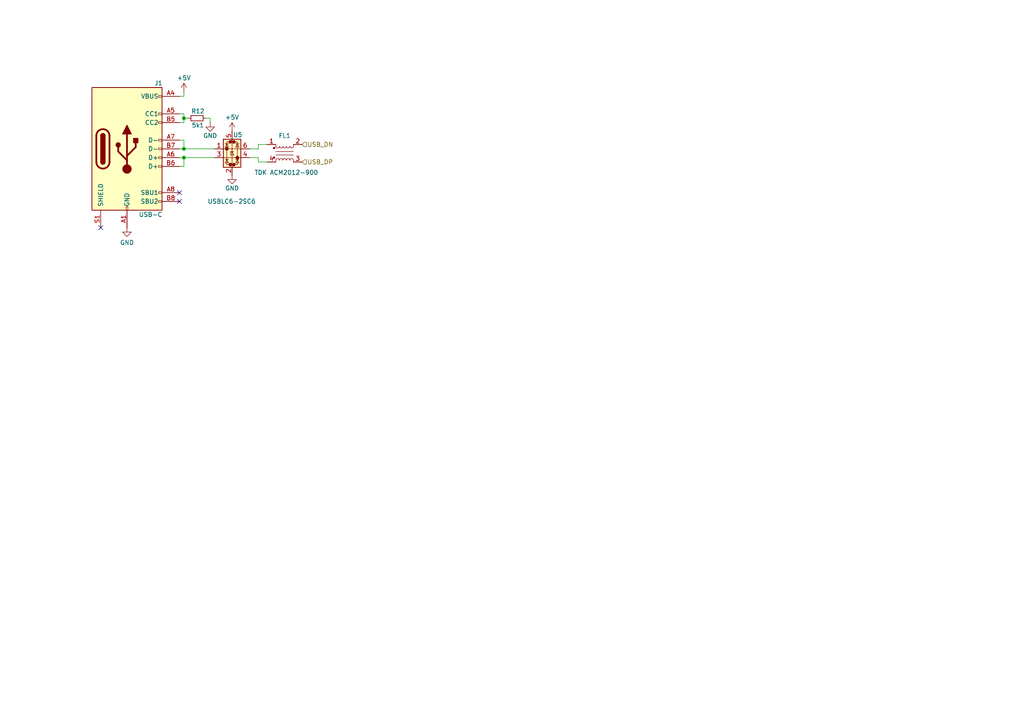
<source format=kicad_sch>
(kicad_sch (version 20231120) (generator "eeschema") (generator_version "8.0")
  (paper "A4")
  (lib_symbols
    (symbol "Connector:USB_C_Receptacle_USB2.0_16P" (pin_names (offset 1.016))
      (property "Reference" "J" (at 0 22.225 0))
      (property "Value" "USB_C_Receptacle_USB2.0_16P" (at 0 19.685 0))
      (symbol "USB_C_Receptacle_USB2.0_16P_0_0"
        (rectangle (start -0.254 -17.78) (end 0.254 -16.764))
        (rectangle (start 10.16 -14.986) (end 9.144 -15.494))
        (rectangle (start 10.16 -12.446) (end 9.144 -12.954))
        (rectangle (start 10.16 -4.826) (end 9.144 -5.334))
        (rectangle (start 10.16 -2.286) (end 9.144 -2.794))
        (rectangle (start 10.16 0.254) (end 9.144 -0.254))
        (rectangle (start 10.16 2.794) (end 9.144 2.286))
        (rectangle (start 10.16 7.874) (end 9.144 7.366))
        (rectangle (start 10.16 10.414) (end 9.144 9.906))
        (rectangle (start 10.16 15.494) (end 9.144 14.986))
      )
      (symbol "USB_C_Receptacle_USB2.0_16P_0_1"
        (rectangle (start -10.16 17.78) (end 10.16 -17.78) (stroke (width 0.254)) (fill (type background)))
        (arc (start -8.89 -3.81) (mid -6.985 -5.7067) (end -5.08 -3.81) (stroke (width 0.508)))
        (arc (start -7.62 -3.81) (mid -6.985 -4.4423) (end -6.35 -3.81) (stroke (width 0.254)))
        (arc (start -7.62 -3.81) (mid -6.985 -4.4423) (end -6.35 -3.81) (stroke (width 0.254)) (fill (type outline)))
        (rectangle (start -7.62 -3.81) (end -6.35 3.81) (stroke (width 0.254)) (fill (type outline)))
        (arc (start -6.35 3.81) (mid -6.985 4.4423) (end -7.62 3.81) (stroke (width 0.254)))
        (arc (start -6.35 3.81) (mid -6.985 4.4423) (end -7.62 3.81) (stroke (width 0.254)) (fill (type outline)))
        (arc (start -5.08 3.81) (mid -6.985 5.7067) (end -8.89 3.81) (stroke (width 0.508)))
        (circle (center -2.54 1.143) (radius 0.635) (stroke (width 0.254)) (fill (type outline)))
        (circle (center 0 -5.842) (radius 1.27) (fill (type outline)))
        (polyline (pts (xy -8.89 -3.81) (xy -8.89 3.81)) (stroke (width 0.508)))
        (polyline (pts (xy -5.08 3.81) (xy -5.08 -3.81)) (stroke (width 0.508)))
        (polyline (pts (xy 0 -5.842) (xy 0 4.318)) (stroke (width 0.508)))
        (polyline (pts (xy 0 -3.302) (xy -2.54 -0.762) (xy -2.54 0.508)) (stroke (width 0.508)))
        (polyline (pts (xy 0 -2.032) (xy 2.54 0.508) (xy 2.54 1.778)) (stroke (width 0.508)))
        (polyline (pts (xy -1.27 4.318) (xy 0 6.858) (xy 1.27 4.318) (xy -1.27 4.318)) (stroke (width 0.254)) (fill (type outline)))
        (rectangle (start 1.905 1.778) (end 3.175 3.048) (stroke (width 0.254)) (fill (type outline)))
      )
      (symbol "USB_C_Receptacle_USB2.0_16P_1_1"
        (pin passive line (at 0 -22.86 90) (length 5.08) (name "GND") (number "A1"))
        (pin passive line (at 0 -22.86 90) (length 5.08) hide (name "GND") (number "A12"))
        (pin passive line (at 15.24 15.24 180) (length 5.08) (name "VBUS") (number "A4"))
        (pin bidirectional line (at 15.24 10.16 180) (length 5.08) (name "CC1") (number "A5"))
        (pin bidirectional line (at 15.24 -2.54 180) (length 5.08) (name "D+") (number "A6"))
        (pin bidirectional line (at 15.24 2.54 180) (length 5.08) (name "D-") (number "A7"))
        (pin bidirectional line (at 15.24 -12.7 180) (length 5.08) (name "SBU1") (number "A8"))
        (pin passive line (at 15.24 15.24 180) (length 5.08) hide (name "VBUS") (number "A9"))
        (pin passive line (at 0 -22.86 90) (length 5.08) hide (name "GND") (number "B1"))
        (pin passive line (at 0 -22.86 90) (length 5.08) hide (name "GND") (number "B12"))
        (pin passive line (at 15.24 15.24 180) (length 5.08) hide (name "VBUS") (number "B4"))
        (pin bidirectional line (at 15.24 7.62 180) (length 5.08) (name "CC2") (number "B5"))
        (pin bidirectional line (at 15.24 -5.08 180) (length 5.08) (name "D+") (number "B6"))
        (pin bidirectional line (at 15.24 0 180) (length 5.08) (name "D-") (number "B7"))
        (pin bidirectional line (at 15.24 -15.24 180) (length 5.08) (name "SBU2") (number "B8"))
        (pin passive line (at 15.24 15.24 180) (length 5.08) hide (name "VBUS") (number "B9"))
        (pin passive line (at -7.62 -22.86 90) (length 5.08) (name "SHIELD") (number "S1"))
      )
    )
    (symbol "Device:R_Small" (pin_numbers hide) (pin_names (offset 0.254) hide)
      (property "Reference" "R" (at 0.762 0.508 0))
      (property "Value" "R_Small" (at 0.762 -1.016 0))
      (symbol "R_Small_0_1"
        (rectangle (start -0.762 1.778) (end 0.762 -1.778) (stroke (width 0.2032)))
      )
      (symbol "R_Small_1_1"
        (pin passive line (at 0 2.54 270) (length 0.762) (name "~") (number "1"))
        (pin passive line (at 0 -2.54 90) (length 0.762) (name "~") (number "2"))
      )
    )
    (symbol "Filter:Choke_Coilcraft_0603USB-222" (pin_names (offset 0.254) hide)
      (property "Reference" "FL" (at 0 4.445 0))
      (property "Value" "Choke_Coilcraft_0603USB-222" (at 0 -4.445 0))
      (symbol "Choke_Coilcraft_0603USB-222_0_1"
        (circle (center -3.048 -1.27) (radius 0.254) (fill (type outline)))
        (circle (center -3.048 1.524) (radius 0.254) (fill (type outline)))
        (arc (start -2.54 2.032) (mid -2.032 1.5262) (end -1.524 2.032))
        (arc (start -1.524 -2.032) (mid -2.032 -1.5262) (end -2.54 -2.032))
        (arc (start -1.524 2.032) (mid -1.016 1.5262) (end -0.508 2.032))
        (arc (start -0.508 -2.032) (mid -1.016 -1.5262) (end -1.524 -2.032))
        (arc (start -0.508 2.032) (mid 0 1.5262) (end 0.508 2.032))
        (polyline (pts (xy -2.54 -2.032) (xy -2.54 -2.54)))
        (polyline (pts (xy -2.54 0.508) (xy 2.54 0.508)))
        (polyline (pts (xy -2.54 2.032) (xy -2.54 2.54)))
        (polyline (pts (xy 2.54 -2.032) (xy 2.54 -2.54)))
        (polyline (pts (xy 2.54 -0.508) (xy -2.54 -0.508)))
        (polyline (pts (xy 2.54 2.54) (xy 2.54 2.032)))
        (arc (start 0.508 -2.032) (mid 0 -1.5262) (end -0.508 -2.032))
        (arc (start 0.508 2.032) (mid 1.016 1.5262) (end 1.524 2.032))
        (arc (start 1.524 -2.032) (mid 1.016 -1.5262) (end 0.508 -2.032))
        (arc (start 1.524 2.032) (mid 2.032 1.5262) (end 2.54 2.032))
        (arc (start 2.54 -2.032) (mid 2.032 -1.5262) (end 1.524 -2.032))
      )
      (symbol "Choke_Coilcraft_0603USB-222_1_1"
        (pin passive line (at -5.08 2.54 0) (length 2.54) (name "1") (number "1"))
        (pin passive line (at 5.08 2.54 180) (length 2.54) (name "2") (number "2"))
        (pin passive line (at 5.08 -2.54 180) (length 2.54) (name "3") (number "3"))
        (pin passive line (at -5.08 -2.54 0) (length 2.54) (name "4") (number "4"))
      )
    )
    (symbol "Power_Protection:USBLC6-2SC6" (pin_names hide)
      (property "Reference" "U" (at 0.635 5.715 0))
      (property "Value" "USBLC6-2SC6" (at 0.635 3.81 0))
      (symbol "USBLC6-2SC6_0_0"
        (circle (center -1.524 0) (radius 0.0001) (stroke (width 0.508)))
        (circle (center -0.508 -4.572) (radius 0.0001) (stroke (width 0.508)))
        (circle (center -0.508 2.032) (radius 0.0001) (stroke (width 0.508)))
        (circle (center 0.508 -4.572) (radius 0.0001) (stroke (width 0.508)))
        (circle (center 0.508 2.032) (radius 0.0001) (stroke (width 0.508)))
        (circle (center 1.524 -2.54) (radius 0.0001) (stroke (width 0.508)))
      )
      (symbol "USBLC6-2SC6_0_1"
        (polyline (pts (xy -2.54 -2.54) (xy 2.54 -2.54)))
        (polyline (pts (xy -2.54 0) (xy 2.54 0)))
        (polyline (pts (xy -2.032 -3.048) (xy -1.016 -3.048)))
        (polyline (pts (xy -1.016 1.524) (xy -2.032 1.524)))
        (polyline (pts (xy 1.016 -3.048) (xy 2.032 -3.048)))
        (polyline (pts (xy 1.016 1.524) (xy 2.032 1.524)))
        (polyline (pts (xy -0.508 -1.143) (xy -0.508 -0.762) (xy 0.508 -0.762)))
        (polyline (pts (xy -2.032 0.508) (xy -1.016 0.508) (xy -1.524 1.524) (xy -2.032 0.508)))
        (polyline (pts (xy -1.016 -4.064) (xy -2.032 -4.064) (xy -1.524 -3.048) (xy -1.016 -4.064)))
        (polyline (pts (xy 0.508 -1.778) (xy -0.508 -1.778) (xy 0 -0.762) (xy 0.508 -1.778)))
        (polyline (pts (xy 2.032 -4.064) (xy 1.016 -4.064) (xy 1.524 -3.048) (xy 2.032 -4.064)))
        (polyline (pts (xy 2.032 0.508) (xy 1.016 0.508) (xy 1.524 1.524) (xy 2.032 0.508)))
        (polyline (pts (xy 0 2.54) (xy -0.508 2.032) (xy 0.508 2.032) (xy 0 1.524) (xy 0 -4.064) (xy -0.508 -4.572) (xy 0.508 -4.572) (xy 0 -5.08)))
      )
      (symbol "USBLC6-2SC6_1_1"
        (rectangle (start -2.54 2.794) (end 2.54 -5.334) (stroke (width 0.254)) (fill (type background)))
        (polyline (pts (xy -0.508 2.032) (xy -1.524 2.032) (xy -1.524 -4.572) (xy -0.508 -4.572)))
        (polyline (pts (xy 0.508 -4.572) (xy 1.524 -4.572) (xy 1.524 2.032) (xy 0.508 2.032)))
        (pin passive line (at -5.08 0 0) (length 2.54) (name "I/O1") (number "1"))
        (pin passive line (at 0 -7.62 90) (length 2.54) (name "GND") (number "2"))
        (pin passive line (at -5.08 -2.54 0) (length 2.54) (name "I/O2") (number "3"))
        (pin passive line (at 5.08 -2.54 180) (length 2.54) (name "I/O2") (number "4"))
        (pin passive line (at 0 5.08 270) (length 2.54) (name "VBUS") (number "5"))
        (pin passive line (at 5.08 0 180) (length 2.54) (name "I/O1") (number "6"))
      )
    )
    (symbol "power:+5V" (power) (pin_numbers hide) (pin_names (offset 0) hide)
      (property "Value" "+5V" (at 0 3.556 0))
      (symbol "+5V_0_1"
        (polyline (pts (xy -0.762 1.27) (xy 0 2.54)))
        (polyline (pts (xy 0 0) (xy 0 2.54)))
        (polyline (pts (xy 0 2.54) (xy 0.762 1.27)))
      )
      (symbol "+5V_1_1"
        (pin power_in line (at 0 0 90) (length 0) (name "~") (number "1"))
      )
    )
    (symbol "power:GND" (power) (pin_numbers hide) (pin_names (offset 0) hide)
      (property "Value" "GND" (at 0 -3.81 0))
      (symbol "GND_0_1"
        (polyline (pts (xy 0 0) (xy 0 -1.27) (xy 1.27 -1.27) (xy 0 -2.54) (xy -1.27 -1.27) (xy 0 -1.27)))
      )
      (symbol "GND_1_1"
        (pin power_in line (at 0 0 270) (length 0) (name "~") (number "1"))
      )
    )
  )
  (junction (at 53.34 43.18))
  (junction (at 53.34 45.72))
  (junction (at 53.34 34.29))
  (no_connect (at 52.07 55.88))
  (no_connect (at 29.21 66.04))
  (no_connect (at 52.07 58.42))
  (wire (pts (xy 72.39 45.72) (xy 74.93 45.72)))
  (wire (pts (xy 74.93 46.99) (xy 74.93 45.72)))
  (wire (pts (xy 53.34 34.29) (xy 54.61 34.29)))
  (wire (pts (xy 53.34 26.67) (xy 53.34 27.94)))
  (wire (pts (xy 53.34 43.18) (xy 52.07 43.18)))
  (wire (pts (xy 60.96 35.56) (xy 60.96 34.29)))
  (wire (pts (xy 52.07 45.72) (xy 53.34 45.72)))
  (wire (pts (xy 53.34 40.64) (xy 52.07 40.64)))
  (wire (pts (xy 53.34 34.29) (xy 53.34 35.56)))
  (wire (pts (xy 53.34 43.18) (xy 62.23 43.18)))
  (wire (pts (xy 53.34 40.64) (xy 53.34 43.18)))
  (wire (pts (xy 52.07 48.26) (xy 53.34 48.26)))
  (wire (pts (xy 74.93 43.18) (xy 74.93 41.91)))
  (wire (pts (xy 52.07 33.02) (xy 53.34 33.02)))
  (wire (pts (xy 53.34 48.26) (xy 53.34 45.72)))
  (wire (pts (xy 74.93 41.91) (xy 77.47 41.91)))
  (wire (pts (xy 53.34 45.72) (xy 62.23 45.72)))
  (wire (pts (xy 72.39 43.18) (xy 74.93 43.18)))
  (wire (pts (xy 52.07 35.56) (xy 53.34 35.56)))
  (wire (pts (xy 53.34 33.02) (xy 53.34 34.29)))
  (wire (pts (xy 77.47 46.99) (xy 74.93 46.99)))
  (wire (pts (xy 53.34 27.94) (xy 52.07 27.94)))
  (wire (pts (xy 60.96 34.29) (xy 59.69 34.29)))
  (hierarchical_label "USB_DP" (shape input) (at 87.63 46.99 0))
  (hierarchical_label "USB_DN" (shape input) (at 87.63 41.91 0))
  (symbol (lib_id "power:GND") (at 60.96 35.56 0) (unit 1)
    (property "Reference" "#PWR042" (effects (hide yes)))
    (property "Value" "GND" (at 60.96 39.37 0))
    (property "Description" "Power symbol creates a global label with name \"GND\" , ground" (effects (hide yes)))
  )
  (symbol (lib_id "power:GND") (at 67.31 50.8 0) (unit 1)
    (property "Reference" "#PWR044" (effects (hide yes)))
    (property "Value" "GND" (at 67.31 54.61 0))
    (property "Description" "Power symbol creates a global label with name \"GND\" , ground" (effects (hide yes)))
  )
  (symbol (lib_id "power:+5V") (at 67.31 38.1 0) (unit 1)
    (property "Reference" "#PWR043" (effects (hide yes)))
    (property "Value" "+5V" (at 67.31 34.036 0))
    (property "Description" "Power symbol creates a global label with name \"+5V\"" (effects (hide yes)))
  )
  (symbol (lib_id "Connector:USB_C_Receptacle_USB2.0_16P") (at 36.83 43.18 0) (unit 1)
    (property "Reference" "J1" (at 45.974 24.13 0))
    (property "Value" "USB-C" (at 43.688 62.23 0))
    (property "Footprint" "Connector_USB:USB_C_Receptacle_G-Switch_GT-USB-7010ASV" (effects (hide yes)))
    (property "Datasheet" "https://www.usb.org/sites/default/files/documents/usb_type-c.zip" (effects (hide yes)))
    (property "Description" "USB 2.0-only 16P Type-C Receptacle connector" (effects (hide yes)))
  )
  (symbol (lib_id "power:GND") (at 36.83 66.04 0) (unit 1)
    (property "Reference" "#PWR045" (effects (hide yes)))
    (property "Value" "GND" (at 36.83 70.358 0))
    (property "Description" "Power symbol creates a global label with name \"GND\" , ground" (effects (hide yes)))
  )
  (symbol (lib_id "Device:R_Small") (at 57.15 34.29 270) (unit 1)
    (property "Reference" "R12" (at 57.404 32.258 90))
    (property "Value" "5k1" (at 57.404 36.322 90))
    (property "Footprint" "Resistor_SMD:R_0603_1608Metric" (effects (hide yes)))
    (property "Description" "Resistor, small symbol" (effects (hide yes)))
    (property "LCSC" "C23186" (effects (hide yes)))
  )
  (symbol (lib_id "power:+5V") (at 53.34 26.67 0) (unit 1)
    (property "Reference" "#PWR041" (effects (hide yes)))
    (property "Value" "+5V" (at 53.34 22.606 0))
    (property "Description" "Power symbol creates a global label with name \"+5V\"" (effects (hide yes)))
  )
  (symbol (lib_id "Filter:Choke_Coilcraft_0603USB-222") (at 82.55 44.45 0) (unit 1)
    (property "Reference" "FL1" (at 82.55 39.37 0))
    (property "Value" " TDK ACM2012-900" (at 82.55 50.038 0))
    (property "Footprint" "ACM2012_900_2P_T002:ACM2012_TDK" (effects (hide yes)))
    (property "Datasheet" "https://www.lcsc.com/datasheet/lcsc_datasheet_2304140030_TDK-ACM2012-900-2P-T002_C19972.pdf" (effects (hide yes)))
    (property "Description" " TDK ACM2012-900-2P-T002 " (effects (hide yes)))
    (property "LCSC" "C19972" (effects (hide yes)))
  )
  (symbol (lib_id "Power_Protection:USBLC6-2SC6") (at 67.31 43.18 0) (unit 1)
    (property "Reference" "U5" (at 67.564 39.116 0) (effects (justify left)))
    (property "Value" "USBLC6-2SC6" (at 60.198 58.42 0) (effects (justify left)))
    (property "Footprint" "Package_TO_SOT_SMD:SOT-23-6" (effects (hide yes)))
    (property "Datasheet" "https://www.st.com/resource/en/datasheet/usblc6-2.pdf" (effects (hide yes)))
    (property "Description" "Very low capacitance ESD protection diode, 2 data-line, SOT-23-6" (effects (hide yes)))
    (property "LCSC" "C2827654" (effects (hide yes)))
  )
)
</source>
